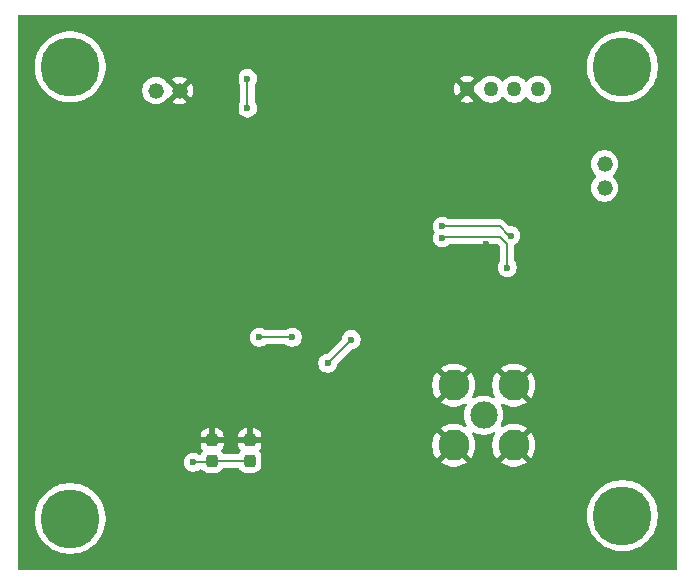
<source format=gbr>
G04 #@! TF.GenerationSoftware,KiCad,Pcbnew,9.0.0*
G04 #@! TF.CreationDate,2025-04-23T00:46:07-04:00*
G04 #@! TF.ProjectId,GPS,4750532e-6b69-4636-9164-5f7063625858,rev?*
G04 #@! TF.SameCoordinates,Original*
G04 #@! TF.FileFunction,Copper,L2,Bot*
G04 #@! TF.FilePolarity,Positive*
%FSLAX46Y46*%
G04 Gerber Fmt 4.6, Leading zero omitted, Abs format (unit mm)*
G04 Created by KiCad (PCBNEW 9.0.0) date 2025-04-23 00:46:07*
%MOMM*%
%LPD*%
G01*
G04 APERTURE LIST*
G04 Aperture macros list*
%AMRoundRect*
0 Rectangle with rounded corners*
0 $1 Rounding radius*
0 $2 $3 $4 $5 $6 $7 $8 $9 X,Y pos of 4 corners*
0 Add a 4 corners polygon primitive as box body*
4,1,4,$2,$3,$4,$5,$6,$7,$8,$9,$2,$3,0*
0 Add four circle primitives for the rounded corners*
1,1,$1+$1,$2,$3*
1,1,$1+$1,$4,$5*
1,1,$1+$1,$6,$7*
1,1,$1+$1,$8,$9*
0 Add four rect primitives between the rounded corners*
20,1,$1+$1,$2,$3,$4,$5,0*
20,1,$1+$1,$4,$5,$6,$7,0*
20,1,$1+$1,$6,$7,$8,$9,0*
20,1,$1+$1,$8,$9,$2,$3,0*%
G04 Aperture macros list end*
G04 #@! TA.AperFunction,ComponentPad*
%ADD10C,1.320800*%
G04 #@! TD*
G04 #@! TA.AperFunction,ComponentPad*
%ADD11C,5.000000*%
G04 #@! TD*
G04 #@! TA.AperFunction,ComponentPad*
%ADD12C,2.325000*%
G04 #@! TD*
G04 #@! TA.AperFunction,ComponentPad*
%ADD13C,2.625000*%
G04 #@! TD*
G04 #@! TA.AperFunction,ComponentPad*
%ADD14C,1.270000*%
G04 #@! TD*
G04 #@! TA.AperFunction,SMDPad,CuDef*
%ADD15RoundRect,0.237500X0.237500X-0.300000X0.237500X0.300000X-0.237500X0.300000X-0.237500X-0.300000X0*%
G04 #@! TD*
G04 #@! TA.AperFunction,ViaPad*
%ADD16C,0.600000*%
G04 #@! TD*
G04 #@! TA.AperFunction,Conductor*
%ADD17C,0.200000*%
G04 #@! TD*
G04 APERTURE END LIST*
D10*
X179232600Y-67750000D03*
X179232600Y-65749999D03*
X143250000Y-59517400D03*
X141249999Y-59517400D03*
D11*
X180750000Y-57500000D03*
X180750000Y-95500000D03*
D12*
X169000000Y-87000000D03*
D13*
X166460000Y-84460000D03*
X166460000Y-89540000D03*
X171540000Y-84460000D03*
X171540000Y-89540000D03*
D11*
X134000000Y-57500000D03*
X134000000Y-95750000D03*
D14*
X173600000Y-59400000D03*
X171600001Y-59400000D03*
X169600000Y-59400000D03*
X167600002Y-59400000D03*
D15*
X149200000Y-90862500D03*
X149200000Y-89137500D03*
X146000000Y-90862500D03*
X146000000Y-89137500D03*
D16*
X149000000Y-58500000D03*
X149000000Y-61000000D03*
X144400000Y-91000000D03*
X152600000Y-76600000D03*
X169200000Y-72500000D03*
X162000000Y-56137500D03*
X162600000Y-63800000D03*
X148200000Y-56800000D03*
X169300000Y-77200000D03*
X147800000Y-71700000D03*
X163600000Y-60200000D03*
X144400000Y-89000000D03*
X148200000Y-61800000D03*
X159200000Y-82200000D03*
X149800000Y-74000000D03*
X149600000Y-62000000D03*
X156400000Y-57200000D03*
X155407815Y-74007815D03*
X164488235Y-79988235D03*
X150000000Y-80400000D03*
X152800000Y-80400000D03*
X165500000Y-71000000D03*
X171300000Y-71800000D03*
X171000000Y-74500000D03*
X165500000Y-72000000D03*
X157800000Y-80600000D03*
X155800000Y-82600000D03*
D17*
X149000000Y-58500000D02*
X149000000Y-61000000D01*
X145862500Y-91000000D02*
X146000000Y-90862500D01*
X149200000Y-90862500D02*
X146000000Y-90862500D01*
X144400000Y-91000000D02*
X145862500Y-91000000D01*
X164488235Y-79988235D02*
X164488235Y-79111765D01*
X155407815Y-74007815D02*
X155192185Y-74007815D01*
X145862500Y-89000000D02*
X146000000Y-89137500D01*
X146000000Y-89137500D02*
X149200000Y-89137500D01*
X144400000Y-89000000D02*
X145862500Y-89000000D01*
X152600000Y-76600000D02*
X152400000Y-76600000D01*
X169300000Y-76700000D02*
X168100000Y-75500000D01*
X160200000Y-78800000D02*
X155407815Y-74007815D01*
X148400000Y-62000000D02*
X148200000Y-61800000D01*
X163600000Y-60200000D02*
X163600000Y-57737500D01*
X147800000Y-71700000D02*
X147937500Y-71837500D01*
X167600002Y-59400000D02*
X166800002Y-60200000D01*
X152400000Y-76600000D02*
X149800000Y-74000000D01*
X166800002Y-60200000D02*
X163600000Y-60200000D01*
X147937500Y-71837500D02*
X147937500Y-72937500D01*
X147937500Y-72937500D02*
X149000000Y-74000000D01*
X162112500Y-63800000D02*
X156400000Y-58087500D01*
X160200000Y-80400000D02*
X160200000Y-78800000D01*
X159200000Y-82200000D02*
X159200000Y-81400000D01*
X169300000Y-77200000D02*
X169300000Y-76700000D01*
X148200000Y-62200000D02*
X148200000Y-61800000D01*
X169200000Y-74400000D02*
X169200000Y-72500000D01*
X164488235Y-79111765D02*
X168100000Y-75500000D01*
X155192185Y-74007815D02*
X152600000Y-76600000D01*
X168100000Y-75500000D02*
X169200000Y-74400000D01*
X159200000Y-81400000D02*
X160200000Y-80400000D01*
X163600000Y-57737500D02*
X162000000Y-56137500D01*
X147800000Y-71700000D02*
X147800000Y-62600000D01*
X156400000Y-58087500D02*
X156400000Y-57200000D01*
X149600000Y-62000000D02*
X148400000Y-62000000D01*
X164488235Y-79988235D02*
X163300000Y-78800000D01*
X163300000Y-78800000D02*
X160200000Y-78800000D01*
X147800000Y-62600000D02*
X148200000Y-62200000D01*
X149000000Y-74000000D02*
X149800000Y-74000000D01*
X148200000Y-61800000D02*
X148200000Y-56800000D01*
X162600000Y-63800000D02*
X162112500Y-63800000D01*
X150000000Y-80400000D02*
X152800000Y-80400000D01*
X170349943Y-71000000D02*
X165500000Y-71000000D01*
X170349943Y-71000000D02*
X171149943Y-71800000D01*
X171149943Y-71800000D02*
X171300000Y-71800000D01*
X170399000Y-71899000D02*
X165601000Y-71899000D01*
X171000000Y-72500000D02*
X171000000Y-74500000D01*
X171000000Y-72500000D02*
X170399000Y-71899000D01*
X165601000Y-71899000D02*
X165500000Y-72000000D01*
X155800000Y-82600000D02*
X157800000Y-80600000D01*
G04 #@! TA.AperFunction,Conductor*
G36*
X185342539Y-53120185D02*
G01*
X185388294Y-53172989D01*
X185399500Y-53224500D01*
X185399500Y-99975500D01*
X185379815Y-100042539D01*
X185327011Y-100088294D01*
X185275500Y-100099500D01*
X129674500Y-100099500D01*
X129607461Y-100079815D01*
X129561706Y-100027011D01*
X129550500Y-99975500D01*
X129550500Y-95581491D01*
X130999500Y-95581491D01*
X130999500Y-95918508D01*
X131037231Y-96253381D01*
X131037233Y-96253397D01*
X131112223Y-96581953D01*
X131112227Y-96581965D01*
X131223532Y-96900054D01*
X131369752Y-97203683D01*
X131369754Y-97203686D01*
X131549054Y-97489039D01*
X131759175Y-97752523D01*
X131997477Y-97990825D01*
X132260961Y-98200946D01*
X132546314Y-98380246D01*
X132849949Y-98526469D01*
X133088848Y-98610063D01*
X133168034Y-98637772D01*
X133168046Y-98637776D01*
X133496606Y-98712767D01*
X133831492Y-98750499D01*
X133831493Y-98750500D01*
X133831496Y-98750500D01*
X134168507Y-98750500D01*
X134168507Y-98750499D01*
X134503394Y-98712767D01*
X134831954Y-98637776D01*
X135150051Y-98526469D01*
X135453686Y-98380246D01*
X135739039Y-98200946D01*
X136002523Y-97990825D01*
X136240825Y-97752523D01*
X136450946Y-97489039D01*
X136630246Y-97203686D01*
X136776469Y-96900051D01*
X136887776Y-96581954D01*
X136962767Y-96253394D01*
X137000500Y-95918504D01*
X137000500Y-95581496D01*
X137000499Y-95581491D01*
X137000499Y-95581489D01*
X136973505Y-95341900D01*
X136972332Y-95331491D01*
X177749500Y-95331491D01*
X177749500Y-95668508D01*
X177787231Y-96003381D01*
X177787233Y-96003397D01*
X177862223Y-96331953D01*
X177862227Y-96331965D01*
X177973532Y-96650054D01*
X178119752Y-96953683D01*
X178119754Y-96953686D01*
X178299054Y-97239039D01*
X178509175Y-97502523D01*
X178747477Y-97740825D01*
X179010961Y-97950946D01*
X179296314Y-98130246D01*
X179599949Y-98276469D01*
X179838848Y-98360063D01*
X179918034Y-98387772D01*
X179918046Y-98387776D01*
X180246606Y-98462767D01*
X180581492Y-98500499D01*
X180581493Y-98500500D01*
X180581496Y-98500500D01*
X180918507Y-98500500D01*
X180918507Y-98500499D01*
X181253394Y-98462767D01*
X181581954Y-98387776D01*
X181900051Y-98276469D01*
X182203686Y-98130246D01*
X182489039Y-97950946D01*
X182752523Y-97740825D01*
X182990825Y-97502523D01*
X183200946Y-97239039D01*
X183380246Y-96953686D01*
X183526469Y-96650051D01*
X183637776Y-96331954D01*
X183712767Y-96003394D01*
X183750500Y-95668504D01*
X183750500Y-95331496D01*
X183712767Y-94996606D01*
X183637776Y-94668046D01*
X183526469Y-94349949D01*
X183380246Y-94046314D01*
X183200946Y-93760961D01*
X182990825Y-93497477D01*
X182752523Y-93259175D01*
X182489039Y-93049054D01*
X182203686Y-92869754D01*
X182203683Y-92869752D01*
X181900054Y-92723532D01*
X181581965Y-92612227D01*
X181581953Y-92612223D01*
X181253397Y-92537233D01*
X181253381Y-92537231D01*
X180918508Y-92499500D01*
X180918504Y-92499500D01*
X180581496Y-92499500D01*
X180581491Y-92499500D01*
X180246618Y-92537231D01*
X180246602Y-92537233D01*
X179918046Y-92612223D01*
X179918034Y-92612227D01*
X179599945Y-92723532D01*
X179296316Y-92869752D01*
X179010962Y-93049053D01*
X178747477Y-93259174D01*
X178509174Y-93497477D01*
X178299053Y-93760962D01*
X178119752Y-94046316D01*
X177973532Y-94349945D01*
X177862227Y-94668034D01*
X177862223Y-94668046D01*
X177787233Y-94996602D01*
X177787231Y-94996618D01*
X177749500Y-95331491D01*
X136972332Y-95331491D01*
X136962768Y-95246618D01*
X136962767Y-95246606D01*
X136887776Y-94918046D01*
X136776469Y-94599949D01*
X136630246Y-94296314D01*
X136450946Y-94010961D01*
X136240825Y-93747477D01*
X136002523Y-93509175D01*
X135739039Y-93299054D01*
X135453686Y-93119754D01*
X135453683Y-93119752D01*
X135150054Y-92973532D01*
X134831965Y-92862227D01*
X134831953Y-92862223D01*
X134503397Y-92787233D01*
X134503381Y-92787231D01*
X134168508Y-92749500D01*
X134168504Y-92749500D01*
X133831496Y-92749500D01*
X133831491Y-92749500D01*
X133496618Y-92787231D01*
X133496602Y-92787233D01*
X133168046Y-92862223D01*
X133168034Y-92862227D01*
X132849945Y-92973532D01*
X132546316Y-93119752D01*
X132260962Y-93299053D01*
X131997477Y-93509174D01*
X131759174Y-93747477D01*
X131549053Y-94010962D01*
X131369752Y-94296316D01*
X131223532Y-94599945D01*
X131112227Y-94918034D01*
X131112223Y-94918046D01*
X131037233Y-95246602D01*
X131037231Y-95246618D01*
X130999500Y-95581491D01*
X129550500Y-95581491D01*
X129550500Y-90921153D01*
X143599500Y-90921153D01*
X143599500Y-91078846D01*
X143630261Y-91233489D01*
X143630264Y-91233501D01*
X143690602Y-91379172D01*
X143690609Y-91379185D01*
X143778210Y-91510288D01*
X143778213Y-91510292D01*
X143889707Y-91621786D01*
X143889711Y-91621789D01*
X144020814Y-91709390D01*
X144020827Y-91709397D01*
X144166498Y-91769735D01*
X144166503Y-91769737D01*
X144321153Y-91800499D01*
X144321156Y-91800500D01*
X144321158Y-91800500D01*
X144478844Y-91800500D01*
X144478845Y-91800499D01*
X144633497Y-91769737D01*
X144779179Y-91709394D01*
X144779185Y-91709390D01*
X144910875Y-91621398D01*
X144928921Y-91615747D01*
X144944831Y-91605523D01*
X144975792Y-91601071D01*
X144977553Y-91600520D01*
X144979766Y-91600500D01*
X145105448Y-91600500D01*
X145172487Y-91620185D01*
X145193129Y-91636819D01*
X145301650Y-91745340D01*
X145448484Y-91835908D01*
X145612247Y-91890174D01*
X145713323Y-91900500D01*
X146286676Y-91900499D01*
X146286684Y-91900498D01*
X146286687Y-91900498D01*
X146342030Y-91894844D01*
X146387753Y-91890174D01*
X146551516Y-91835908D01*
X146698350Y-91745340D01*
X146820340Y-91623350D01*
X146841037Y-91589794D01*
X146882914Y-91521903D01*
X146934862Y-91475178D01*
X146988452Y-91463000D01*
X148211548Y-91463000D01*
X148278587Y-91482685D01*
X148317086Y-91521903D01*
X148379657Y-91623346D01*
X148379660Y-91623350D01*
X148501650Y-91745340D01*
X148648484Y-91835908D01*
X148812247Y-91890174D01*
X148913323Y-91900500D01*
X149486676Y-91900499D01*
X149486684Y-91900498D01*
X149486687Y-91900498D01*
X149542030Y-91894844D01*
X149587753Y-91890174D01*
X149751516Y-91835908D01*
X149898350Y-91745340D01*
X150020340Y-91623350D01*
X150110908Y-91476516D01*
X150165174Y-91312753D01*
X150175500Y-91211677D01*
X150175499Y-90766510D01*
X150175499Y-90513330D01*
X150175498Y-90513312D01*
X150165174Y-90412247D01*
X150155224Y-90382220D01*
X150110908Y-90248484D01*
X150020340Y-90101650D01*
X150006017Y-90087327D01*
X149972532Y-90026004D01*
X149977516Y-89956312D01*
X150006021Y-89911960D01*
X150019947Y-89898035D01*
X150110448Y-89751311D01*
X150110453Y-89751300D01*
X150164680Y-89587652D01*
X150174999Y-89486654D01*
X150175000Y-89486641D01*
X150175000Y-89387500D01*
X148225001Y-89387500D01*
X148225001Y-89486654D01*
X148235319Y-89587652D01*
X148289546Y-89751300D01*
X148289551Y-89751311D01*
X148380052Y-89898034D01*
X148380055Y-89898038D01*
X148393982Y-89911965D01*
X148427467Y-89973288D01*
X148422483Y-90042980D01*
X148408608Y-90069712D01*
X148402110Y-90079199D01*
X148379660Y-90101650D01*
X148315536Y-90205611D01*
X148313855Y-90208066D01*
X148288992Y-90228365D01*
X148265138Y-90249822D01*
X148261778Y-90250585D01*
X148259734Y-90252255D01*
X148249094Y-90253467D01*
X148211548Y-90262000D01*
X146988452Y-90262000D01*
X146921413Y-90242315D01*
X146882914Y-90203097D01*
X146820342Y-90101653D01*
X146820339Y-90101649D01*
X146806017Y-90087327D01*
X146772532Y-90026004D01*
X146777516Y-89956312D01*
X146806021Y-89911960D01*
X146819947Y-89898035D01*
X146910448Y-89751311D01*
X146910453Y-89751300D01*
X146964680Y-89587652D01*
X146974999Y-89486654D01*
X146975000Y-89486641D01*
X146975000Y-89387500D01*
X145025001Y-89387500D01*
X145025001Y-89486654D01*
X145035319Y-89587652D01*
X145089546Y-89751300D01*
X145089551Y-89751311D01*
X145180052Y-89898034D01*
X145180055Y-89898038D01*
X145193982Y-89911965D01*
X145227467Y-89973288D01*
X145222483Y-90042980D01*
X145193984Y-90087325D01*
X145179661Y-90101648D01*
X145089093Y-90248481D01*
X145089092Y-90248484D01*
X145075134Y-90290609D01*
X145072700Y-90297953D01*
X145032927Y-90355397D01*
X144968411Y-90382220D01*
X144899635Y-90369905D01*
X144886103Y-90362050D01*
X144779185Y-90290609D01*
X144779172Y-90290602D01*
X144633501Y-90230264D01*
X144633489Y-90230261D01*
X144478845Y-90199500D01*
X144478842Y-90199500D01*
X144321158Y-90199500D01*
X144321155Y-90199500D01*
X144166510Y-90230261D01*
X144166498Y-90230264D01*
X144020827Y-90290602D01*
X144020814Y-90290609D01*
X143889711Y-90378210D01*
X143889707Y-90378213D01*
X143778213Y-90489707D01*
X143778210Y-90489711D01*
X143690609Y-90620814D01*
X143690602Y-90620827D01*
X143630264Y-90766498D01*
X143630261Y-90766510D01*
X143599500Y-90921153D01*
X129550500Y-90921153D01*
X129550500Y-88788345D01*
X145025000Y-88788345D01*
X145025000Y-88887500D01*
X145750000Y-88887500D01*
X146250000Y-88887500D01*
X146974999Y-88887500D01*
X146974999Y-88788361D01*
X146974998Y-88788345D01*
X148225000Y-88788345D01*
X148225000Y-88887500D01*
X148950000Y-88887500D01*
X149450000Y-88887500D01*
X150174999Y-88887500D01*
X150174999Y-88788360D01*
X150174998Y-88788345D01*
X150164680Y-88687347D01*
X150110453Y-88523699D01*
X150110448Y-88523688D01*
X150019947Y-88376965D01*
X150019944Y-88376961D01*
X149898038Y-88255055D01*
X149898034Y-88255052D01*
X149751311Y-88164551D01*
X149751300Y-88164546D01*
X149587652Y-88110319D01*
X149486654Y-88100000D01*
X149450000Y-88100000D01*
X149450000Y-88887500D01*
X148950000Y-88887500D01*
X148950000Y-88100000D01*
X148913361Y-88100000D01*
X148913343Y-88100001D01*
X148812347Y-88110319D01*
X148648699Y-88164546D01*
X148648688Y-88164551D01*
X148501965Y-88255052D01*
X148501961Y-88255055D01*
X148380055Y-88376961D01*
X148380052Y-88376965D01*
X148289551Y-88523688D01*
X148289546Y-88523699D01*
X148235319Y-88687347D01*
X148225000Y-88788345D01*
X146974998Y-88788345D01*
X146974998Y-88788344D01*
X146964680Y-88687347D01*
X146910453Y-88523699D01*
X146910448Y-88523688D01*
X146819947Y-88376965D01*
X146819944Y-88376961D01*
X146698038Y-88255055D01*
X146698034Y-88255052D01*
X146551311Y-88164551D01*
X146551300Y-88164546D01*
X146387652Y-88110319D01*
X146286654Y-88100000D01*
X146250000Y-88100000D01*
X146250000Y-88887500D01*
X145750000Y-88887500D01*
X145750000Y-88100000D01*
X145713361Y-88100000D01*
X145713343Y-88100001D01*
X145612347Y-88110319D01*
X145448699Y-88164546D01*
X145448688Y-88164551D01*
X145301965Y-88255052D01*
X145301961Y-88255055D01*
X145180055Y-88376961D01*
X145180052Y-88376965D01*
X145089551Y-88523688D01*
X145089546Y-88523699D01*
X145035319Y-88687347D01*
X145025000Y-88788345D01*
X129550500Y-88788345D01*
X129550500Y-84341208D01*
X164647500Y-84341208D01*
X164647500Y-84578791D01*
X164647501Y-84578808D01*
X164678511Y-84814356D01*
X164740009Y-85043866D01*
X164830924Y-85263356D01*
X164830931Y-85263371D01*
X164949721Y-85469122D01*
X164949727Y-85469129D01*
X165013805Y-85552639D01*
X165687545Y-84878899D01*
X165780343Y-85017780D01*
X165902220Y-85139657D01*
X166041099Y-85232453D01*
X165367359Y-85906193D01*
X165367359Y-85906194D01*
X165450868Y-85970272D01*
X165656628Y-86089068D01*
X165656643Y-86089075D01*
X165876133Y-86179990D01*
X166105643Y-86241488D01*
X166341191Y-86272498D01*
X166341209Y-86272500D01*
X166578791Y-86272500D01*
X166578808Y-86272498D01*
X166814356Y-86241488D01*
X167043866Y-86179990D01*
X167263356Y-86089075D01*
X167263370Y-86089068D01*
X167376030Y-86024024D01*
X167443930Y-86007551D01*
X167509957Y-86030403D01*
X167553147Y-86085324D01*
X167559789Y-86154878D01*
X167545418Y-86193410D01*
X167505300Y-86262897D01*
X167505295Y-86262907D01*
X167421876Y-86464300D01*
X167365455Y-86674870D01*
X167337000Y-86890993D01*
X167337000Y-87109006D01*
X167359131Y-87277101D01*
X167365455Y-87325131D01*
X167395690Y-87437973D01*
X167421876Y-87535699D01*
X167505295Y-87737092D01*
X167505300Y-87737102D01*
X167545418Y-87806589D01*
X167561890Y-87874489D01*
X167539037Y-87940516D01*
X167484115Y-87983706D01*
X167414562Y-87990347D01*
X167376030Y-87975975D01*
X167263371Y-87910931D01*
X167263356Y-87910924D01*
X167043866Y-87820009D01*
X166814356Y-87758511D01*
X166578808Y-87727501D01*
X166578791Y-87727500D01*
X166341209Y-87727500D01*
X166341191Y-87727501D01*
X166105643Y-87758511D01*
X165876133Y-87820009D01*
X165656643Y-87910924D01*
X165656628Y-87910931D01*
X165450875Y-88029723D01*
X165450861Y-88029732D01*
X165367359Y-88093804D01*
X165367359Y-88093805D01*
X166041100Y-88767546D01*
X165902220Y-88860343D01*
X165780343Y-88982220D01*
X165687546Y-89121100D01*
X165013805Y-88447359D01*
X165013804Y-88447359D01*
X164949732Y-88530861D01*
X164949723Y-88530875D01*
X164830931Y-88736628D01*
X164830924Y-88736643D01*
X164740009Y-88956133D01*
X164678511Y-89185643D01*
X164647501Y-89421191D01*
X164647500Y-89421208D01*
X164647500Y-89658791D01*
X164647501Y-89658808D01*
X164678511Y-89894356D01*
X164740009Y-90123866D01*
X164830924Y-90343356D01*
X164830931Y-90343371D01*
X164949721Y-90549122D01*
X164949727Y-90549129D01*
X165013805Y-90632639D01*
X165687545Y-89958899D01*
X165780343Y-90097780D01*
X165902220Y-90219657D01*
X166041099Y-90312453D01*
X165367359Y-90986193D01*
X165367359Y-90986194D01*
X165450868Y-91050272D01*
X165656628Y-91169068D01*
X165656643Y-91169075D01*
X165876133Y-91259990D01*
X166105643Y-91321488D01*
X166341191Y-91352498D01*
X166341209Y-91352500D01*
X166578791Y-91352500D01*
X166578808Y-91352498D01*
X166814356Y-91321488D01*
X167043866Y-91259990D01*
X167263356Y-91169075D01*
X167263370Y-91169068D01*
X167469125Y-91050275D01*
X167469132Y-91050270D01*
X167552639Y-90986193D01*
X166878899Y-90312453D01*
X167017780Y-90219657D01*
X167139657Y-90097780D01*
X167232453Y-89958899D01*
X167906193Y-90632639D01*
X167970270Y-90549132D01*
X167970275Y-90549125D01*
X168089068Y-90343370D01*
X168089075Y-90343356D01*
X168179990Y-90123866D01*
X168241488Y-89894356D01*
X168272498Y-89658808D01*
X168272500Y-89658791D01*
X168272500Y-89421208D01*
X168272498Y-89421191D01*
X168241488Y-89185643D01*
X168179990Y-88956133D01*
X168089075Y-88736643D01*
X168089068Y-88736629D01*
X168024024Y-88623969D01*
X168007551Y-88556069D01*
X168030404Y-88490042D01*
X168085325Y-88446851D01*
X168154878Y-88440210D01*
X168193409Y-88454581D01*
X168222728Y-88471508D01*
X168262892Y-88494697D01*
X168262907Y-88494704D01*
X168350232Y-88530875D01*
X168464299Y-88578123D01*
X168674869Y-88634545D01*
X168891001Y-88663000D01*
X168891008Y-88663000D01*
X169108992Y-88663000D01*
X169108999Y-88663000D01*
X169325131Y-88634545D01*
X169535701Y-88578123D01*
X169737104Y-88494699D01*
X169806590Y-88454581D01*
X169874488Y-88438109D01*
X169940515Y-88460961D01*
X169983705Y-88515882D01*
X169990347Y-88585436D01*
X169975976Y-88623968D01*
X169910929Y-88736633D01*
X169910924Y-88736643D01*
X169820009Y-88956133D01*
X169758511Y-89185643D01*
X169727501Y-89421191D01*
X169727500Y-89421208D01*
X169727500Y-89658791D01*
X169727501Y-89658808D01*
X169758511Y-89894356D01*
X169820009Y-90123866D01*
X169910924Y-90343356D01*
X169910931Y-90343371D01*
X170029721Y-90549122D01*
X170029727Y-90549129D01*
X170093805Y-90632639D01*
X170767545Y-89958899D01*
X170860343Y-90097780D01*
X170982220Y-90219657D01*
X171121099Y-90312453D01*
X170447359Y-90986193D01*
X170447359Y-90986194D01*
X170530868Y-91050272D01*
X170736628Y-91169068D01*
X170736643Y-91169075D01*
X170956133Y-91259990D01*
X171185643Y-91321488D01*
X171421191Y-91352498D01*
X171421209Y-91352500D01*
X171658791Y-91352500D01*
X171658808Y-91352498D01*
X171894356Y-91321488D01*
X172123866Y-91259990D01*
X172343356Y-91169075D01*
X172343370Y-91169068D01*
X172549125Y-91050275D01*
X172549132Y-91050270D01*
X172632639Y-90986193D01*
X171958899Y-90312453D01*
X172097780Y-90219657D01*
X172219657Y-90097780D01*
X172312453Y-89958899D01*
X172986193Y-90632639D01*
X173050270Y-90549132D01*
X173050275Y-90549125D01*
X173169068Y-90343370D01*
X173169075Y-90343356D01*
X173259990Y-90123866D01*
X173321488Y-89894356D01*
X173352498Y-89658808D01*
X173352500Y-89658791D01*
X173352500Y-89421208D01*
X173352498Y-89421191D01*
X173321488Y-89185643D01*
X173259990Y-88956133D01*
X173169075Y-88736643D01*
X173169068Y-88736628D01*
X173050272Y-88530868D01*
X172986194Y-88447359D01*
X172986193Y-88447359D01*
X172312453Y-89121099D01*
X172219657Y-88982220D01*
X172097780Y-88860343D01*
X171958899Y-88767545D01*
X172632639Y-88093805D01*
X172632639Y-88093804D01*
X172549129Y-88029727D01*
X172549122Y-88029721D01*
X172343371Y-87910931D01*
X172343356Y-87910924D01*
X172123866Y-87820009D01*
X171894356Y-87758511D01*
X171658808Y-87727501D01*
X171658791Y-87727500D01*
X171421209Y-87727500D01*
X171421191Y-87727501D01*
X171185643Y-87758511D01*
X170956133Y-87820009D01*
X170736643Y-87910924D01*
X170736633Y-87910929D01*
X170623968Y-87975976D01*
X170556068Y-87992448D01*
X170490041Y-87969595D01*
X170446851Y-87914673D01*
X170440210Y-87845120D01*
X170454582Y-87806589D01*
X170494699Y-87737104D01*
X170578123Y-87535701D01*
X170634545Y-87325131D01*
X170663000Y-87108999D01*
X170663000Y-86891001D01*
X170634545Y-86674869D01*
X170578123Y-86464299D01*
X170537844Y-86367057D01*
X170494704Y-86262907D01*
X170494697Y-86262892D01*
X170454582Y-86193411D01*
X170438109Y-86125511D01*
X170460962Y-86059484D01*
X170515883Y-86016293D01*
X170585436Y-86009652D01*
X170623969Y-86024024D01*
X170736629Y-86089068D01*
X170736643Y-86089075D01*
X170956133Y-86179990D01*
X171185643Y-86241488D01*
X171421191Y-86272498D01*
X171421209Y-86272500D01*
X171658791Y-86272500D01*
X171658808Y-86272498D01*
X171894356Y-86241488D01*
X172123866Y-86179990D01*
X172343356Y-86089075D01*
X172343370Y-86089068D01*
X172549125Y-85970275D01*
X172549132Y-85970270D01*
X172632639Y-85906193D01*
X171958899Y-85232453D01*
X172097780Y-85139657D01*
X172219657Y-85017780D01*
X172312453Y-84878899D01*
X172986193Y-85552639D01*
X173050270Y-85469132D01*
X173050275Y-85469125D01*
X173169068Y-85263370D01*
X173169075Y-85263356D01*
X173259990Y-85043866D01*
X173321488Y-84814356D01*
X173352498Y-84578808D01*
X173352500Y-84578791D01*
X173352500Y-84341208D01*
X173352498Y-84341191D01*
X173321488Y-84105643D01*
X173259990Y-83876133D01*
X173169075Y-83656643D01*
X173169068Y-83656628D01*
X173050272Y-83450868D01*
X172986194Y-83367359D01*
X172986193Y-83367359D01*
X172312453Y-84041099D01*
X172219657Y-83902220D01*
X172097780Y-83780343D01*
X171958899Y-83687546D01*
X172632639Y-83013805D01*
X172632639Y-83013804D01*
X172549129Y-82949727D01*
X172549122Y-82949721D01*
X172343371Y-82830931D01*
X172343356Y-82830924D01*
X172123866Y-82740009D01*
X171894356Y-82678511D01*
X171658808Y-82647501D01*
X171658791Y-82647500D01*
X171421209Y-82647500D01*
X171421191Y-82647501D01*
X171185643Y-82678511D01*
X170956133Y-82740009D01*
X170736643Y-82830924D01*
X170736628Y-82830931D01*
X170530875Y-82949723D01*
X170530861Y-82949732D01*
X170447359Y-83013804D01*
X170447359Y-83013805D01*
X171121100Y-83687546D01*
X170982220Y-83780343D01*
X170860343Y-83902220D01*
X170767546Y-84041100D01*
X170093805Y-83367359D01*
X170093804Y-83367359D01*
X170029732Y-83450861D01*
X170029723Y-83450875D01*
X169910931Y-83656628D01*
X169910924Y-83656643D01*
X169820009Y-83876133D01*
X169758511Y-84105643D01*
X169727501Y-84341191D01*
X169727500Y-84341208D01*
X169727500Y-84578791D01*
X169727501Y-84578808D01*
X169758511Y-84814356D01*
X169820009Y-85043866D01*
X169910924Y-85263356D01*
X169910931Y-85263371D01*
X169975975Y-85376030D01*
X169992448Y-85443930D01*
X169969595Y-85509957D01*
X169914674Y-85553148D01*
X169845121Y-85559789D01*
X169806589Y-85545418D01*
X169745168Y-85509957D01*
X169737104Y-85505301D01*
X169737102Y-85505300D01*
X169737092Y-85505295D01*
X169535699Y-85421876D01*
X169437973Y-85395690D01*
X169325131Y-85365455D01*
X169277101Y-85359131D01*
X169109006Y-85337000D01*
X169108999Y-85337000D01*
X168891001Y-85337000D01*
X168890993Y-85337000D01*
X168698883Y-85362293D01*
X168674869Y-85365455D01*
X168635403Y-85376030D01*
X168464300Y-85421876D01*
X168262907Y-85505295D01*
X168262897Y-85505300D01*
X168193410Y-85545418D01*
X168125509Y-85561889D01*
X168059483Y-85539037D01*
X168016293Y-85484115D01*
X168009652Y-85414561D01*
X168024024Y-85376030D01*
X168089068Y-85263370D01*
X168089075Y-85263356D01*
X168179990Y-85043866D01*
X168241488Y-84814356D01*
X168272498Y-84578808D01*
X168272500Y-84578791D01*
X168272500Y-84341208D01*
X168272498Y-84341191D01*
X168241488Y-84105643D01*
X168179990Y-83876133D01*
X168089075Y-83656643D01*
X168089068Y-83656628D01*
X167970272Y-83450868D01*
X167906194Y-83367359D01*
X167906193Y-83367359D01*
X167232453Y-84041099D01*
X167139657Y-83902220D01*
X167017780Y-83780343D01*
X166878899Y-83687546D01*
X167552639Y-83013805D01*
X167552639Y-83013804D01*
X167469129Y-82949727D01*
X167469122Y-82949721D01*
X167263371Y-82830931D01*
X167263356Y-82830924D01*
X167043866Y-82740009D01*
X166814356Y-82678511D01*
X166578808Y-82647501D01*
X166578791Y-82647500D01*
X166341209Y-82647500D01*
X166341191Y-82647501D01*
X166105643Y-82678511D01*
X165876133Y-82740009D01*
X165656643Y-82830924D01*
X165656628Y-82830931D01*
X165450875Y-82949723D01*
X165450861Y-82949732D01*
X165367359Y-83013804D01*
X165367359Y-83013805D01*
X166041100Y-83687546D01*
X165902220Y-83780343D01*
X165780343Y-83902220D01*
X165687546Y-84041100D01*
X165013805Y-83367359D01*
X165013804Y-83367359D01*
X164949732Y-83450861D01*
X164949723Y-83450875D01*
X164830931Y-83656628D01*
X164830924Y-83656643D01*
X164740009Y-83876133D01*
X164678511Y-84105643D01*
X164647501Y-84341191D01*
X164647500Y-84341208D01*
X129550500Y-84341208D01*
X129550500Y-82521153D01*
X154999500Y-82521153D01*
X154999500Y-82678846D01*
X155030261Y-82833489D01*
X155030264Y-82833501D01*
X155090602Y-82979172D01*
X155090609Y-82979185D01*
X155178210Y-83110288D01*
X155178213Y-83110292D01*
X155289707Y-83221786D01*
X155289711Y-83221789D01*
X155420814Y-83309390D01*
X155420827Y-83309397D01*
X155560762Y-83367359D01*
X155566503Y-83369737D01*
X155721153Y-83400499D01*
X155721156Y-83400500D01*
X155721158Y-83400500D01*
X155878844Y-83400500D01*
X155878845Y-83400499D01*
X156033497Y-83369737D01*
X156179179Y-83309394D01*
X156310289Y-83221789D01*
X156421789Y-83110289D01*
X156486258Y-83013805D01*
X156500249Y-82992867D01*
X156500249Y-82992866D01*
X156509388Y-82979188D01*
X156509390Y-82979185D01*
X156509394Y-82979179D01*
X156569737Y-82833497D01*
X156589113Y-82736085D01*
X156600638Y-82678150D01*
X156633023Y-82616239D01*
X156634518Y-82614716D01*
X157814662Y-81434572D01*
X157875983Y-81401089D01*
X157878150Y-81400638D01*
X157936085Y-81389113D01*
X158033497Y-81369737D01*
X158179179Y-81309394D01*
X158310289Y-81221789D01*
X158421789Y-81110289D01*
X158509394Y-80979179D01*
X158569737Y-80833497D01*
X158600500Y-80678842D01*
X158600500Y-80521158D01*
X158600500Y-80521155D01*
X158600499Y-80521153D01*
X158569737Y-80366503D01*
X158550955Y-80321158D01*
X158509397Y-80220827D01*
X158509390Y-80220814D01*
X158421789Y-80089711D01*
X158421786Y-80089707D01*
X158310292Y-79978213D01*
X158310288Y-79978210D01*
X158179185Y-79890609D01*
X158179172Y-79890602D01*
X158033501Y-79830264D01*
X158033489Y-79830261D01*
X157878845Y-79799500D01*
X157878842Y-79799500D01*
X157721158Y-79799500D01*
X157721155Y-79799500D01*
X157566510Y-79830261D01*
X157566498Y-79830264D01*
X157420827Y-79890602D01*
X157420814Y-79890609D01*
X157289711Y-79978210D01*
X157289707Y-79978213D01*
X157178213Y-80089707D01*
X157178210Y-80089711D01*
X157090609Y-80220814D01*
X157090602Y-80220827D01*
X157030264Y-80366498D01*
X157030261Y-80366508D01*
X156999361Y-80521850D01*
X156966976Y-80583761D01*
X156965425Y-80585339D01*
X155785339Y-81765425D01*
X155724016Y-81798910D01*
X155721850Y-81799361D01*
X155566508Y-81830261D01*
X155566498Y-81830264D01*
X155420827Y-81890602D01*
X155420814Y-81890609D01*
X155289711Y-81978210D01*
X155289707Y-81978213D01*
X155178213Y-82089707D01*
X155178210Y-82089711D01*
X155090609Y-82220814D01*
X155090602Y-82220827D01*
X155030264Y-82366498D01*
X155030261Y-82366510D01*
X154999500Y-82521153D01*
X129550500Y-82521153D01*
X129550500Y-80321153D01*
X149199500Y-80321153D01*
X149199500Y-80478846D01*
X149230261Y-80633489D01*
X149230264Y-80633501D01*
X149290602Y-80779172D01*
X149290609Y-80779185D01*
X149378210Y-80910288D01*
X149378213Y-80910292D01*
X149489707Y-81021786D01*
X149489711Y-81021789D01*
X149620814Y-81109390D01*
X149620827Y-81109397D01*
X149766498Y-81169735D01*
X149766503Y-81169737D01*
X149921153Y-81200499D01*
X149921156Y-81200500D01*
X149921158Y-81200500D01*
X150078844Y-81200500D01*
X150078845Y-81200499D01*
X150233497Y-81169737D01*
X150379179Y-81109394D01*
X150379185Y-81109390D01*
X150510875Y-81021398D01*
X150577553Y-81000520D01*
X150579766Y-81000500D01*
X152220234Y-81000500D01*
X152287273Y-81020185D01*
X152289125Y-81021398D01*
X152420814Y-81109390D01*
X152420827Y-81109397D01*
X152566498Y-81169735D01*
X152566503Y-81169737D01*
X152721153Y-81200499D01*
X152721156Y-81200500D01*
X152721158Y-81200500D01*
X152878844Y-81200500D01*
X152878845Y-81200499D01*
X153033497Y-81169737D01*
X153179179Y-81109394D01*
X153310289Y-81021789D01*
X153421789Y-80910289D01*
X153509394Y-80779179D01*
X153569737Y-80633497D01*
X153600500Y-80478842D01*
X153600500Y-80321158D01*
X153600500Y-80321155D01*
X153600499Y-80321153D01*
X153580543Y-80220827D01*
X153569737Y-80166503D01*
X153537929Y-80089711D01*
X153509397Y-80020827D01*
X153509390Y-80020814D01*
X153421789Y-79889711D01*
X153421786Y-79889707D01*
X153310292Y-79778213D01*
X153310288Y-79778210D01*
X153179185Y-79690609D01*
X153179172Y-79690602D01*
X153033501Y-79630264D01*
X153033489Y-79630261D01*
X152878845Y-79599500D01*
X152878842Y-79599500D01*
X152721158Y-79599500D01*
X152721155Y-79599500D01*
X152566510Y-79630261D01*
X152566498Y-79630264D01*
X152420827Y-79690602D01*
X152420814Y-79690609D01*
X152289125Y-79778602D01*
X152222447Y-79799480D01*
X152220234Y-79799500D01*
X150579766Y-79799500D01*
X150512727Y-79779815D01*
X150510875Y-79778602D01*
X150379185Y-79690609D01*
X150379172Y-79690602D01*
X150233501Y-79630264D01*
X150233489Y-79630261D01*
X150078845Y-79599500D01*
X150078842Y-79599500D01*
X149921158Y-79599500D01*
X149921155Y-79599500D01*
X149766510Y-79630261D01*
X149766498Y-79630264D01*
X149620827Y-79690602D01*
X149620814Y-79690609D01*
X149489711Y-79778210D01*
X149489707Y-79778213D01*
X149378213Y-79889707D01*
X149378210Y-79889711D01*
X149290609Y-80020814D01*
X149290602Y-80020827D01*
X149230264Y-80166498D01*
X149230261Y-80166510D01*
X149199500Y-80321153D01*
X129550500Y-80321153D01*
X129550500Y-70921153D01*
X164699500Y-70921153D01*
X164699500Y-71078846D01*
X164730261Y-71233489D01*
X164730264Y-71233501D01*
X164790602Y-71379172D01*
X164790609Y-71379185D01*
X164825304Y-71431109D01*
X164846182Y-71497786D01*
X164827698Y-71565167D01*
X164825304Y-71568891D01*
X164790609Y-71620814D01*
X164790602Y-71620827D01*
X164730264Y-71766498D01*
X164730261Y-71766510D01*
X164699500Y-71921153D01*
X164699500Y-72078846D01*
X164730261Y-72233489D01*
X164730264Y-72233501D01*
X164790602Y-72379172D01*
X164790609Y-72379185D01*
X164878210Y-72510288D01*
X164878213Y-72510292D01*
X164989707Y-72621786D01*
X164989711Y-72621789D01*
X165120814Y-72709390D01*
X165120827Y-72709397D01*
X165215799Y-72748735D01*
X165266503Y-72769737D01*
X165419132Y-72800097D01*
X165421153Y-72800499D01*
X165421156Y-72800500D01*
X165421158Y-72800500D01*
X165578844Y-72800500D01*
X165578845Y-72800499D01*
X165733497Y-72769737D01*
X165879179Y-72709394D01*
X166010289Y-72621789D01*
X166010292Y-72621786D01*
X166096260Y-72535819D01*
X166157583Y-72502334D01*
X166183941Y-72499500D01*
X170098903Y-72499500D01*
X170128343Y-72508144D01*
X170158330Y-72514668D01*
X170163345Y-72518422D01*
X170165942Y-72519185D01*
X170186584Y-72535819D01*
X170363181Y-72712416D01*
X170396666Y-72773739D01*
X170399500Y-72800097D01*
X170399500Y-73920234D01*
X170379815Y-73987273D01*
X170378602Y-73989125D01*
X170290609Y-74120814D01*
X170290602Y-74120827D01*
X170230264Y-74266498D01*
X170230261Y-74266510D01*
X170199500Y-74421153D01*
X170199500Y-74578846D01*
X170230261Y-74733489D01*
X170230264Y-74733501D01*
X170290602Y-74879172D01*
X170290609Y-74879185D01*
X170378210Y-75010288D01*
X170378213Y-75010292D01*
X170489707Y-75121786D01*
X170489711Y-75121789D01*
X170620814Y-75209390D01*
X170620827Y-75209397D01*
X170766498Y-75269735D01*
X170766503Y-75269737D01*
X170921153Y-75300499D01*
X170921156Y-75300500D01*
X170921158Y-75300500D01*
X171078844Y-75300500D01*
X171078845Y-75300499D01*
X171233497Y-75269737D01*
X171379179Y-75209394D01*
X171510289Y-75121789D01*
X171621789Y-75010289D01*
X171709394Y-74879179D01*
X171769737Y-74733497D01*
X171800500Y-74578842D01*
X171800500Y-74421158D01*
X171800500Y-74421155D01*
X171800499Y-74421153D01*
X171769738Y-74266510D01*
X171769737Y-74266503D01*
X171769735Y-74266498D01*
X171709397Y-74120827D01*
X171709390Y-74120814D01*
X171621398Y-73989125D01*
X171600520Y-73922447D01*
X171600500Y-73920234D01*
X171600500Y-72624837D01*
X171620185Y-72557798D01*
X171672989Y-72512043D01*
X171676986Y-72510302D01*
X171679179Y-72509394D01*
X171810289Y-72421789D01*
X171921789Y-72310289D01*
X172009394Y-72179179D01*
X172069737Y-72033497D01*
X172100500Y-71878842D01*
X172100500Y-71721158D01*
X172100500Y-71721155D01*
X172100499Y-71721153D01*
X172080543Y-71620827D01*
X172069737Y-71566503D01*
X172041274Y-71497786D01*
X172009397Y-71420827D01*
X172009390Y-71420814D01*
X171921789Y-71289711D01*
X171921786Y-71289707D01*
X171810292Y-71178213D01*
X171810288Y-71178210D01*
X171679185Y-71090609D01*
X171679172Y-71090602D01*
X171533501Y-71030264D01*
X171533489Y-71030261D01*
X171378845Y-70999500D01*
X171378842Y-70999500D01*
X171250040Y-70999500D01*
X171183001Y-70979815D01*
X171162359Y-70963181D01*
X170837533Y-70638355D01*
X170837531Y-70638352D01*
X170718660Y-70519481D01*
X170718659Y-70519480D01*
X170631847Y-70469360D01*
X170631847Y-70469359D01*
X170631843Y-70469358D01*
X170581728Y-70440423D01*
X170429000Y-70399499D01*
X170270886Y-70399499D01*
X170263290Y-70399499D01*
X170263274Y-70399500D01*
X166079766Y-70399500D01*
X166012727Y-70379815D01*
X166010875Y-70378602D01*
X165879185Y-70290609D01*
X165879172Y-70290602D01*
X165733501Y-70230264D01*
X165733489Y-70230261D01*
X165578845Y-70199500D01*
X165578842Y-70199500D01*
X165421158Y-70199500D01*
X165421155Y-70199500D01*
X165266510Y-70230261D01*
X165266498Y-70230264D01*
X165120827Y-70290602D01*
X165120814Y-70290609D01*
X164989711Y-70378210D01*
X164989707Y-70378213D01*
X164878213Y-70489707D01*
X164878210Y-70489711D01*
X164790609Y-70620814D01*
X164790602Y-70620827D01*
X164730264Y-70766498D01*
X164730261Y-70766510D01*
X164699500Y-70921153D01*
X129550500Y-70921153D01*
X129550500Y-65658628D01*
X178071700Y-65658628D01*
X178071700Y-65841369D01*
X178100284Y-66021840D01*
X178100285Y-66021844D01*
X178156752Y-66195630D01*
X178239709Y-66358443D01*
X178347115Y-66506275D01*
X178476324Y-66635484D01*
X178495865Y-66649681D01*
X178538531Y-66705010D01*
X178544511Y-66774623D01*
X178511905Y-66836418D01*
X178495867Y-66850316D01*
X178476324Y-66864514D01*
X178347117Y-66993721D01*
X178239709Y-67141555D01*
X178156753Y-67304366D01*
X178100284Y-67478158D01*
X178071700Y-67658629D01*
X178071700Y-67841370D01*
X178100284Y-68021841D01*
X178100285Y-68021845D01*
X178156752Y-68195631D01*
X178239709Y-68358444D01*
X178347115Y-68506276D01*
X178476324Y-68635485D01*
X178624156Y-68742891D01*
X178786969Y-68825848D01*
X178960755Y-68882315D01*
X179028435Y-68893034D01*
X179141230Y-68910900D01*
X179141235Y-68910900D01*
X179323970Y-68910900D01*
X179424231Y-68895019D01*
X179504445Y-68882315D01*
X179678231Y-68825848D01*
X179841044Y-68742891D01*
X179988876Y-68635485D01*
X180118085Y-68506276D01*
X180225491Y-68358444D01*
X180308448Y-68195631D01*
X180364915Y-68021845D01*
X180377619Y-67941631D01*
X180393500Y-67841370D01*
X180393500Y-67658629D01*
X180364915Y-67478158D01*
X180364915Y-67478155D01*
X180308448Y-67304369D01*
X180225491Y-67141556D01*
X180118085Y-66993724D01*
X179988876Y-66864515D01*
X179969333Y-66850316D01*
X179926668Y-66794988D01*
X179920689Y-66725374D01*
X179953294Y-66663579D01*
X179969330Y-66649684D01*
X179988876Y-66635484D01*
X180118085Y-66506275D01*
X180225491Y-66358443D01*
X180308448Y-66195630D01*
X180364915Y-66021844D01*
X180377619Y-65941630D01*
X180393500Y-65841369D01*
X180393500Y-65658628D01*
X180364915Y-65478157D01*
X180364915Y-65478154D01*
X180308448Y-65304368D01*
X180225491Y-65141555D01*
X180118085Y-64993723D01*
X179988876Y-64864514D01*
X179841044Y-64757108D01*
X179678231Y-64674151D01*
X179504445Y-64617684D01*
X179504443Y-64617683D01*
X179504441Y-64617683D01*
X179323970Y-64589099D01*
X179323965Y-64589099D01*
X179141235Y-64589099D01*
X179141230Y-64589099D01*
X178960758Y-64617683D01*
X178786966Y-64674152D01*
X178624155Y-64757108D01*
X178476321Y-64864516D01*
X178347117Y-64993720D01*
X178239709Y-65141554D01*
X178156753Y-65304365D01*
X178100284Y-65478157D01*
X178071700Y-65658628D01*
X129550500Y-65658628D01*
X129550500Y-57331491D01*
X130999500Y-57331491D01*
X130999500Y-57668508D01*
X131037231Y-58003381D01*
X131037233Y-58003397D01*
X131112223Y-58331953D01*
X131112227Y-58331965D01*
X131223532Y-58650054D01*
X131369752Y-58953683D01*
X131376311Y-58964121D01*
X131549054Y-59239039D01*
X131759175Y-59502523D01*
X131997477Y-59740825D01*
X132260961Y-59950946D01*
X132546314Y-60130246D01*
X132849949Y-60276469D01*
X133088848Y-60360063D01*
X133168034Y-60387772D01*
X133168046Y-60387776D01*
X133496606Y-60462767D01*
X133831492Y-60500499D01*
X133831493Y-60500500D01*
X133831496Y-60500500D01*
X134168507Y-60500500D01*
X134168507Y-60500499D01*
X134503394Y-60462767D01*
X134831954Y-60387776D01*
X135150051Y-60276469D01*
X135453686Y-60130246D01*
X135739039Y-59950946D01*
X136002523Y-59740825D01*
X136240825Y-59502523D01*
X136301827Y-59426029D01*
X140089099Y-59426029D01*
X140089099Y-59608770D01*
X140116378Y-59781000D01*
X140117684Y-59789245D01*
X140174151Y-59963031D01*
X140257108Y-60125844D01*
X140364514Y-60273676D01*
X140493723Y-60402885D01*
X140641555Y-60510291D01*
X140804368Y-60593248D01*
X140978154Y-60649715D01*
X141045834Y-60660434D01*
X141158629Y-60678300D01*
X141158634Y-60678300D01*
X141341369Y-60678300D01*
X141441630Y-60662419D01*
X141521844Y-60649715D01*
X141695630Y-60593248D01*
X141858443Y-60510291D01*
X142006275Y-60402885D01*
X142135484Y-60273676D01*
X142194739Y-60192117D01*
X142198326Y-60188000D01*
X142223332Y-60172019D01*
X142246840Y-60153892D01*
X142253156Y-60152960D01*
X142257200Y-60150377D01*
X142263453Y-60150393D01*
X142843600Y-59570246D01*
X142843600Y-59570904D01*
X142871295Y-59674265D01*
X142924799Y-59766936D01*
X143000464Y-59842601D01*
X143093135Y-59896105D01*
X143196496Y-59923800D01*
X143197153Y-59923800D01*
X142624019Y-60496931D01*
X142641817Y-60509862D01*
X142804556Y-60592783D01*
X142978271Y-60649227D01*
X143158670Y-60677800D01*
X143341330Y-60677800D01*
X143521728Y-60649227D01*
X143695443Y-60592783D01*
X143858178Y-60509865D01*
X143875979Y-60496931D01*
X143302848Y-59923800D01*
X143303504Y-59923800D01*
X143406865Y-59896105D01*
X143499536Y-59842601D01*
X143575201Y-59766936D01*
X143628705Y-59674265D01*
X143656400Y-59570904D01*
X143656400Y-59570247D01*
X144229531Y-60143378D01*
X144242465Y-60125578D01*
X144325383Y-59962843D01*
X144381827Y-59789128D01*
X144410400Y-59608730D01*
X144410400Y-59426069D01*
X144381827Y-59245671D01*
X144325383Y-59071956D01*
X144242462Y-58909217D01*
X144229531Y-58891420D01*
X144229531Y-58891419D01*
X143656400Y-59464551D01*
X143656400Y-59463896D01*
X143628705Y-59360535D01*
X143575201Y-59267864D01*
X143499536Y-59192199D01*
X143406865Y-59138695D01*
X143303504Y-59111000D01*
X143302847Y-59111000D01*
X143875978Y-58537867D01*
X143858177Y-58524934D01*
X143695443Y-58442016D01*
X143631234Y-58421153D01*
X148199500Y-58421153D01*
X148199500Y-58578846D01*
X148230261Y-58733489D01*
X148230264Y-58733501D01*
X148290602Y-58879172D01*
X148290609Y-58879185D01*
X148378602Y-59010874D01*
X148399480Y-59077551D01*
X148399500Y-59079765D01*
X148399500Y-60420234D01*
X148379815Y-60487273D01*
X148378602Y-60489125D01*
X148290609Y-60620814D01*
X148290602Y-60620827D01*
X148230264Y-60766498D01*
X148230261Y-60766510D01*
X148199500Y-60921153D01*
X148199500Y-61078846D01*
X148230261Y-61233489D01*
X148230264Y-61233501D01*
X148290602Y-61379172D01*
X148290609Y-61379185D01*
X148378210Y-61510288D01*
X148378213Y-61510292D01*
X148489707Y-61621786D01*
X148489711Y-61621789D01*
X148620814Y-61709390D01*
X148620827Y-61709397D01*
X148766498Y-61769735D01*
X148766503Y-61769737D01*
X148921153Y-61800499D01*
X148921156Y-61800500D01*
X148921158Y-61800500D01*
X149078844Y-61800500D01*
X149078845Y-61800499D01*
X149233497Y-61769737D01*
X149379179Y-61709394D01*
X149510289Y-61621789D01*
X149621789Y-61510289D01*
X149709394Y-61379179D01*
X149769737Y-61233497D01*
X149800500Y-61078842D01*
X149800500Y-60921158D01*
X149800500Y-60921155D01*
X149800499Y-60921153D01*
X149769738Y-60766510D01*
X149769737Y-60766503D01*
X149769735Y-60766498D01*
X149709397Y-60620827D01*
X149709390Y-60620814D01*
X149621398Y-60489125D01*
X149615747Y-60471078D01*
X149605523Y-60455169D01*
X149601071Y-60424207D01*
X149600520Y-60422447D01*
X149600500Y-60420234D01*
X149600500Y-59310668D01*
X166465002Y-59310668D01*
X166465002Y-59489331D01*
X166492948Y-59665780D01*
X166548157Y-59835693D01*
X166629262Y-59994869D01*
X166638653Y-60007793D01*
X166638654Y-60007794D01*
X167219002Y-59427446D01*
X167219002Y-59450160D01*
X167244966Y-59547061D01*
X167295126Y-59633940D01*
X167366062Y-59704876D01*
X167452941Y-59755036D01*
X167549842Y-59781000D01*
X167572556Y-59781000D01*
X166992207Y-60361347D01*
X166992207Y-60361348D01*
X167005131Y-60370738D01*
X167164308Y-60451844D01*
X167334221Y-60507053D01*
X167510671Y-60535000D01*
X167689333Y-60535000D01*
X167865782Y-60507053D01*
X168035695Y-60451844D01*
X168194869Y-60370739D01*
X168194874Y-60370737D01*
X168207796Y-60361347D01*
X167627449Y-59781000D01*
X167650162Y-59781000D01*
X167747063Y-59755036D01*
X167833942Y-59704876D01*
X167904878Y-59633940D01*
X167955038Y-59547061D01*
X167981002Y-59450160D01*
X167981002Y-59427446D01*
X168561349Y-60007793D01*
X168564658Y-60007533D01*
X168633035Y-60021899D01*
X168674701Y-60058265D01*
X168727000Y-60130246D01*
X168733889Y-60139728D01*
X168860272Y-60266111D01*
X169004868Y-60371167D01*
X169164119Y-60452309D01*
X169164121Y-60452310D01*
X169221884Y-60471078D01*
X169334103Y-60507540D01*
X169510634Y-60535500D01*
X169510635Y-60535500D01*
X169689365Y-60535500D01*
X169689366Y-60535500D01*
X169865897Y-60507540D01*
X169865900Y-60507539D01*
X169865901Y-60507539D01*
X170035878Y-60452310D01*
X170035878Y-60452309D01*
X170035881Y-60452309D01*
X170195132Y-60371167D01*
X170339728Y-60266111D01*
X170466111Y-60139728D01*
X170499683Y-60093519D01*
X170555011Y-60050855D01*
X170624625Y-60044876D01*
X170686420Y-60077481D01*
X170700315Y-60093517D01*
X170733890Y-60139728D01*
X170860273Y-60266111D01*
X171004869Y-60371167D01*
X171164120Y-60452309D01*
X171164122Y-60452310D01*
X171221885Y-60471078D01*
X171334104Y-60507540D01*
X171510635Y-60535500D01*
X171510636Y-60535500D01*
X171689366Y-60535500D01*
X171689367Y-60535500D01*
X171865898Y-60507540D01*
X171865901Y-60507539D01*
X171865902Y-60507539D01*
X172035879Y-60452310D01*
X172035879Y-60452309D01*
X172035882Y-60452309D01*
X172195133Y-60371167D01*
X172339729Y-60266111D01*
X172466112Y-60139728D01*
X172499685Y-60093518D01*
X172555011Y-60050856D01*
X172624624Y-60044877D01*
X172686419Y-60077482D01*
X172700314Y-60093516D01*
X172733889Y-60139728D01*
X172860272Y-60266111D01*
X173004868Y-60371167D01*
X173164119Y-60452309D01*
X173164121Y-60452310D01*
X173221884Y-60471078D01*
X173334103Y-60507540D01*
X173510634Y-60535500D01*
X173510635Y-60535500D01*
X173689365Y-60535500D01*
X173689366Y-60535500D01*
X173865897Y-60507540D01*
X173865900Y-60507539D01*
X173865901Y-60507539D01*
X174035878Y-60452310D01*
X174035878Y-60452309D01*
X174035881Y-60452309D01*
X174195132Y-60371167D01*
X174339728Y-60266111D01*
X174466111Y-60139728D01*
X174571167Y-59995132D01*
X174652309Y-59835881D01*
X174679059Y-59753554D01*
X174707539Y-59665901D01*
X174707539Y-59665900D01*
X174707540Y-59665897D01*
X174735500Y-59489366D01*
X174735500Y-59310634D01*
X174707540Y-59134103D01*
X174707539Y-59134099D01*
X174707539Y-59134098D01*
X174652310Y-58964121D01*
X174652308Y-58964118D01*
X174646992Y-58953683D01*
X174571167Y-58804868D01*
X174466111Y-58660272D01*
X174339728Y-58533889D01*
X174195132Y-58428833D01*
X174035881Y-58347691D01*
X174035878Y-58347689D01*
X173865899Y-58292460D01*
X173748209Y-58273820D01*
X173689366Y-58264500D01*
X173510634Y-58264500D01*
X173451790Y-58273820D01*
X173334101Y-58292460D01*
X173334098Y-58292460D01*
X173164121Y-58347689D01*
X173164118Y-58347691D01*
X173004867Y-58428833D01*
X172860270Y-58533890D01*
X172733888Y-58660272D01*
X172700317Y-58706479D01*
X172644987Y-58749144D01*
X172575373Y-58755122D01*
X172513578Y-58722515D01*
X172499682Y-58706477D01*
X172466114Y-58660275D01*
X172466109Y-58660269D01*
X172339730Y-58533890D01*
X172327403Y-58524934D01*
X172195133Y-58428833D01*
X172035882Y-58347691D01*
X172035879Y-58347689D01*
X171865900Y-58292460D01*
X171748210Y-58273820D01*
X171689367Y-58264500D01*
X171510635Y-58264500D01*
X171451791Y-58273820D01*
X171334102Y-58292460D01*
X171334099Y-58292460D01*
X171164122Y-58347689D01*
X171164119Y-58347691D01*
X171004868Y-58428833D01*
X170860271Y-58533890D01*
X170733889Y-58660272D01*
X170700317Y-58706480D01*
X170644986Y-58749145D01*
X170575373Y-58755123D01*
X170513578Y-58722516D01*
X170499683Y-58706480D01*
X170466111Y-58660272D01*
X170339728Y-58533889D01*
X170195132Y-58428833D01*
X170035881Y-58347691D01*
X170035878Y-58347689D01*
X169865899Y-58292460D01*
X169748209Y-58273820D01*
X169689366Y-58264500D01*
X169510634Y-58264500D01*
X169451790Y-58273820D01*
X169334101Y-58292460D01*
X169334098Y-58292460D01*
X169164121Y-58347689D01*
X169164118Y-58347691D01*
X169004867Y-58428833D01*
X168860270Y-58533890D01*
X168733888Y-58660272D01*
X168674702Y-58741734D01*
X168619372Y-58784399D01*
X168564659Y-58792465D01*
X168561350Y-58792204D01*
X167981002Y-59372552D01*
X167981002Y-59349840D01*
X167955038Y-59252939D01*
X167904878Y-59166060D01*
X167833942Y-59095124D01*
X167747063Y-59044964D01*
X167650162Y-59019000D01*
X167627449Y-59019000D01*
X168207796Y-58438652D01*
X168207795Y-58438651D01*
X168194871Y-58429260D01*
X168035695Y-58348155D01*
X167865782Y-58292946D01*
X167689333Y-58265000D01*
X167510671Y-58265000D01*
X167334221Y-58292946D01*
X167164308Y-58348155D01*
X167005129Y-58429262D01*
X166992207Y-58438651D01*
X166992206Y-58438651D01*
X167572556Y-59019000D01*
X167549842Y-59019000D01*
X167452941Y-59044964D01*
X167366062Y-59095124D01*
X167295126Y-59166060D01*
X167244966Y-59252939D01*
X167219002Y-59349840D01*
X167219002Y-59372553D01*
X166638653Y-58792204D01*
X166638653Y-58792205D01*
X166629264Y-58805127D01*
X166548157Y-58964306D01*
X166492948Y-59134219D01*
X166465002Y-59310668D01*
X149600500Y-59310668D01*
X149600500Y-59079765D01*
X149620185Y-59012726D01*
X149621398Y-59010874D01*
X149652638Y-58964121D01*
X149709394Y-58879179D01*
X149713262Y-58869842D01*
X149745312Y-58792465D01*
X149769737Y-58733497D01*
X149800500Y-58578842D01*
X149800500Y-58421158D01*
X149800500Y-58421155D01*
X149800499Y-58421153D01*
X149793421Y-58385572D01*
X149769737Y-58266503D01*
X149769735Y-58266498D01*
X149709397Y-58120827D01*
X149709390Y-58120814D01*
X149621789Y-57989711D01*
X149621786Y-57989707D01*
X149510292Y-57878213D01*
X149510288Y-57878210D01*
X149379185Y-57790609D01*
X149379172Y-57790602D01*
X149233501Y-57730264D01*
X149233489Y-57730261D01*
X149078845Y-57699500D01*
X149078842Y-57699500D01*
X148921158Y-57699500D01*
X148921155Y-57699500D01*
X148766510Y-57730261D01*
X148766498Y-57730264D01*
X148620827Y-57790602D01*
X148620814Y-57790609D01*
X148489711Y-57878210D01*
X148489707Y-57878213D01*
X148378213Y-57989707D01*
X148378210Y-57989711D01*
X148290609Y-58120814D01*
X148290602Y-58120827D01*
X148230264Y-58266498D01*
X148230261Y-58266510D01*
X148199500Y-58421153D01*
X143631234Y-58421153D01*
X143521728Y-58385572D01*
X143341330Y-58357000D01*
X143158670Y-58357000D01*
X142978271Y-58385572D01*
X142804556Y-58442016D01*
X142641813Y-58524939D01*
X142641808Y-58524943D01*
X142624020Y-58537865D01*
X142624020Y-58537868D01*
X143197154Y-59111000D01*
X143196496Y-59111000D01*
X143093135Y-59138695D01*
X143000464Y-59192199D01*
X142924799Y-59267864D01*
X142871295Y-59360535D01*
X142843600Y-59463896D01*
X142843600Y-59464552D01*
X142259100Y-58880052D01*
X142233181Y-58874608D01*
X142228440Y-58870825D01*
X142225059Y-58869842D01*
X142213165Y-58858638D01*
X142198326Y-58846798D01*
X142194730Y-58842670D01*
X142135484Y-58761124D01*
X142006275Y-58631915D01*
X141858443Y-58524509D01*
X141695630Y-58441552D01*
X141521844Y-58385085D01*
X141521842Y-58385084D01*
X141521840Y-58385084D01*
X141341369Y-58356500D01*
X141341364Y-58356500D01*
X141158634Y-58356500D01*
X141158629Y-58356500D01*
X140978157Y-58385084D01*
X140804365Y-58441553D01*
X140641554Y-58524509D01*
X140493720Y-58631917D01*
X140364516Y-58761121D01*
X140257108Y-58908955D01*
X140174152Y-59071766D01*
X140117683Y-59245558D01*
X140089099Y-59426029D01*
X136301827Y-59426029D01*
X136450946Y-59239039D01*
X136630246Y-58953686D01*
X136776469Y-58650051D01*
X136887776Y-58331954D01*
X136962767Y-58003394D01*
X137000500Y-57668504D01*
X137000500Y-57331496D01*
X137000499Y-57331491D01*
X177749500Y-57331491D01*
X177749500Y-57668508D01*
X177787231Y-58003381D01*
X177787233Y-58003397D01*
X177862223Y-58331953D01*
X177862227Y-58331965D01*
X177973532Y-58650054D01*
X178119752Y-58953683D01*
X178126311Y-58964121D01*
X178299054Y-59239039D01*
X178509175Y-59502523D01*
X178747477Y-59740825D01*
X179010961Y-59950946D01*
X179296314Y-60130246D01*
X179599949Y-60276469D01*
X179838848Y-60360063D01*
X179918034Y-60387772D01*
X179918046Y-60387776D01*
X180246606Y-60462767D01*
X180581492Y-60500499D01*
X180581493Y-60500500D01*
X180581496Y-60500500D01*
X180918507Y-60500500D01*
X180918507Y-60500499D01*
X181253394Y-60462767D01*
X181581954Y-60387776D01*
X181900051Y-60276469D01*
X182203686Y-60130246D01*
X182489039Y-59950946D01*
X182752523Y-59740825D01*
X182990825Y-59502523D01*
X183200946Y-59239039D01*
X183380246Y-58953686D01*
X183526469Y-58650051D01*
X183637776Y-58331954D01*
X183712767Y-58003394D01*
X183750500Y-57668504D01*
X183750500Y-57331496D01*
X183712767Y-56996606D01*
X183637776Y-56668046D01*
X183526469Y-56349949D01*
X183380246Y-56046314D01*
X183200946Y-55760961D01*
X182990825Y-55497477D01*
X182752523Y-55259175D01*
X182489039Y-55049054D01*
X182203686Y-54869754D01*
X182203683Y-54869752D01*
X181900054Y-54723532D01*
X181581965Y-54612227D01*
X181581953Y-54612223D01*
X181253397Y-54537233D01*
X181253381Y-54537231D01*
X180918508Y-54499500D01*
X180918504Y-54499500D01*
X180581496Y-54499500D01*
X180581491Y-54499500D01*
X180246618Y-54537231D01*
X180246602Y-54537233D01*
X179918046Y-54612223D01*
X179918034Y-54612227D01*
X179599945Y-54723532D01*
X179296316Y-54869752D01*
X179010962Y-55049053D01*
X178747477Y-55259174D01*
X178509174Y-55497477D01*
X178299053Y-55760962D01*
X178119752Y-56046316D01*
X177973532Y-56349945D01*
X177862227Y-56668034D01*
X177862223Y-56668046D01*
X177787233Y-56996602D01*
X177787231Y-56996618D01*
X177749500Y-57331491D01*
X137000499Y-57331491D01*
X136962767Y-56996606D01*
X136887776Y-56668046D01*
X136776469Y-56349949D01*
X136630246Y-56046314D01*
X136450946Y-55760961D01*
X136240825Y-55497477D01*
X136002523Y-55259175D01*
X135739039Y-55049054D01*
X135453686Y-54869754D01*
X135453683Y-54869752D01*
X135150054Y-54723532D01*
X134831965Y-54612227D01*
X134831953Y-54612223D01*
X134503397Y-54537233D01*
X134503381Y-54537231D01*
X134168508Y-54499500D01*
X134168504Y-54499500D01*
X133831496Y-54499500D01*
X133831491Y-54499500D01*
X133496618Y-54537231D01*
X133496602Y-54537233D01*
X133168046Y-54612223D01*
X133168034Y-54612227D01*
X132849945Y-54723532D01*
X132546316Y-54869752D01*
X132260962Y-55049053D01*
X131997477Y-55259174D01*
X131759174Y-55497477D01*
X131549053Y-55760962D01*
X131369752Y-56046316D01*
X131223532Y-56349945D01*
X131112227Y-56668034D01*
X131112223Y-56668046D01*
X131037233Y-56996602D01*
X131037231Y-56996618D01*
X130999500Y-57331491D01*
X129550500Y-57331491D01*
X129550500Y-53224500D01*
X129570185Y-53157461D01*
X129622989Y-53111706D01*
X129674500Y-53100500D01*
X185275500Y-53100500D01*
X185342539Y-53120185D01*
G37*
G04 #@! TD.AperFunction*
M02*

</source>
